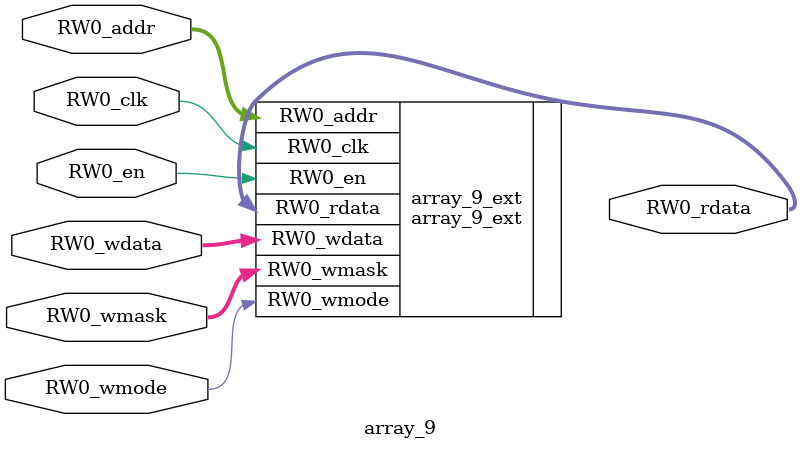
<source format=sv>
`ifndef RANDOMIZE
  `ifdef RANDOMIZE_MEM_INIT
    `define RANDOMIZE
  `endif // RANDOMIZE_MEM_INIT
`endif // not def RANDOMIZE
`ifndef RANDOMIZE
  `ifdef RANDOMIZE_REG_INIT
    `define RANDOMIZE
  `endif // RANDOMIZE_REG_INIT
`endif // not def RANDOMIZE

`ifndef RANDOM
  `define RANDOM $random
`endif // not def RANDOM

// Users can define INIT_RANDOM as general code that gets injected into the
// initializer block for modules with registers.
`ifndef INIT_RANDOM
  `define INIT_RANDOM
`endif // not def INIT_RANDOM

// If using random initialization, you can also define RANDOMIZE_DELAY to
// customize the delay used, otherwise 0.002 is used.
`ifndef RANDOMIZE_DELAY
  `define RANDOMIZE_DELAY 0.002
`endif // not def RANDOMIZE_DELAY

// Define INIT_RANDOM_PROLOG_ for use in our modules below.
`ifndef INIT_RANDOM_PROLOG_
  `ifdef RANDOMIZE
    `ifdef VERILATOR
      `define INIT_RANDOM_PROLOG_ `INIT_RANDOM
    `else  // VERILATOR
      `define INIT_RANDOM_PROLOG_ `INIT_RANDOM #`RANDOMIZE_DELAY begin end
    `endif // VERILATOR
  `else  // RANDOMIZE
    `define INIT_RANDOM_PROLOG_
  `endif // RANDOMIZE
`endif // not def INIT_RANDOM_PROLOG_

// Include register initializers in init blocks unless synthesis is set
`ifndef SYNTHESIS
  `ifndef ENABLE_INITIAL_REG_
    `define ENABLE_INITIAL_REG_
  `endif // not def ENABLE_INITIAL_REG_
`endif // not def SYNTHESIS

// Include rmemory initializers in init blocks unless synthesis is set
`ifndef SYNTHESIS
  `ifndef ENABLE_INITIAL_MEM_
    `define ENABLE_INITIAL_MEM_
  `endif // not def ENABLE_INITIAL_MEM_
`endif // not def SYNTHESIS

module array_9(
  input  [2:0]    RW0_addr,
  input           RW0_en,
  input           RW0_clk,
  input           RW0_wmode,
  input  [1175:0] RW0_wdata,
  output [1175:0] RW0_rdata,
  input  [3:0]    RW0_wmask
);

  array_9_ext array_9_ext (
    .RW0_addr  (RW0_addr),
    .RW0_en    (RW0_en),
    .RW0_clk   (RW0_clk),
    .RW0_wmode (RW0_wmode),
    .RW0_wdata (RW0_wdata),
    .RW0_rdata (RW0_rdata),
    .RW0_wmask (RW0_wmask)
  );
endmodule


</source>
